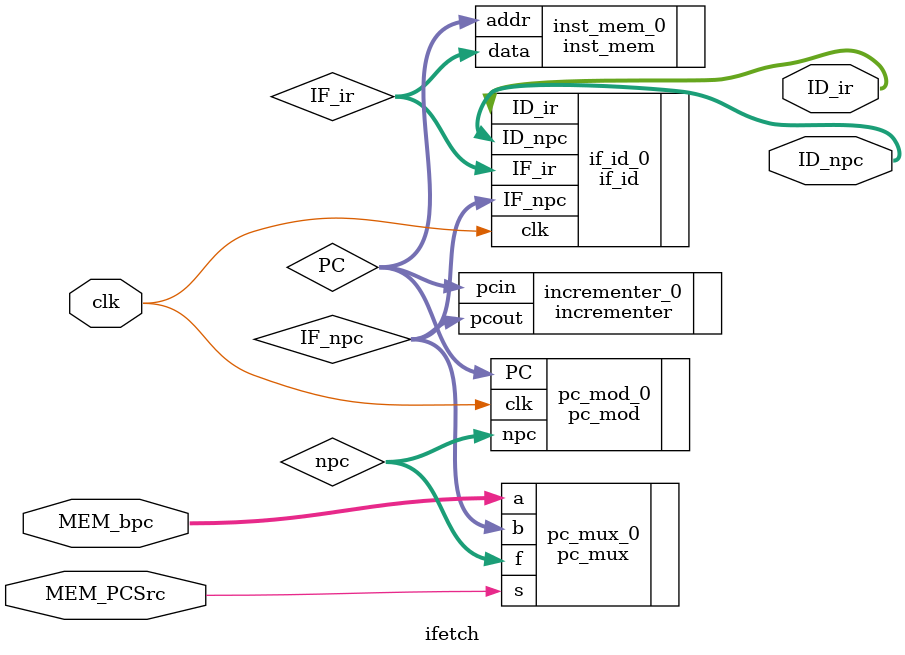
<source format=v>
`ifndef _ifetch_v_
`define _ifetch_v_
`endif

`ifndef _if_id_v_
`include "fetch/if_id.v"
`endif

`ifndef _incrementer_v_
`include "fetch/incrementer.v"
`endif

`ifndef _inst_mem_v_
`include "fetch/inst_mem.v"
`endif

`ifndef _pc_mod_v_
`include "fetch/pc_mod.v"
`endif

`ifndef _pc_mux_v_
`include "fetch/pc_mux.v"
`endif

module ifetch(clk, MEM_bpc, MEM_PCSrc, ID_ir, ID_npc);

  input wire clk;
  input wire [31:0] MEM_bpc;  //branch target address
  input wire MEM_PCSrc;       //branch condition
  output wire [31:0] ID_ir, ID_npc;
  
  wire [31:0] PC;      // PC to be fetched
  wire [31:0] IF_npc;  // Next sequential PC.
  wire [31:0] npc;     // Next PC: either next sequential PC or branch target

  wire [31:0] IF_ir;
  
  pc_mux pc_mux_0(
  	.a(MEM_bpc),
  	.b(IF_npc),
  	.s(MEM_PCSrc),
  	.f(npc)
  );

  pc_mod pc_mod_0(
  	.npc(npc),
  	.PC(PC),
  	.clk(clk)
  );
  
  incrementer incrementer_0(
  	.pcin(PC),
  	.pcout(IF_npc)
  );

  inst_mem inst_mem_0(
  	.addr(PC),
  	.data(IF_ir)
  );
  
  if_id if_id_0(
  	.IF_ir(IF_ir),
  	.IF_npc(IF_npc),
  	.ID_ir(ID_ir),
  	.ID_npc(ID_npc),
  	.clk(clk)
  );
  
endmodule
</source>
